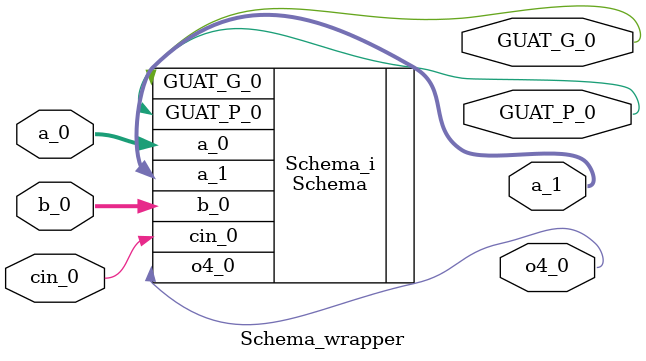
<source format=v>
`timescale 1 ps / 1 ps

module Schema_wrapper
   (GUAT_G_0,
    GUAT_P_0,
    a_0,
    a_1,
    b_0,
    cin_0,
    o4_0);
  output GUAT_G_0;
  output GUAT_P_0;
  input [15:0]a_0;
  output [15:0]a_1;
  input [15:0]b_0;
  input cin_0;
  output o4_0;

  wire GUAT_G_0;
  wire GUAT_P_0;
  wire [15:0]a_0;
  wire [15:0]a_1;
  wire [15:0]b_0;
  wire cin_0;
  wire o4_0;

  Schema Schema_i
       (.GUAT_G_0(GUAT_G_0),
        .GUAT_P_0(GUAT_P_0),
        .a_0(a_0),
        .a_1(a_1),
        .b_0(b_0),
        .cin_0(cin_0),
        .o4_0(o4_0));
endmodule

</source>
